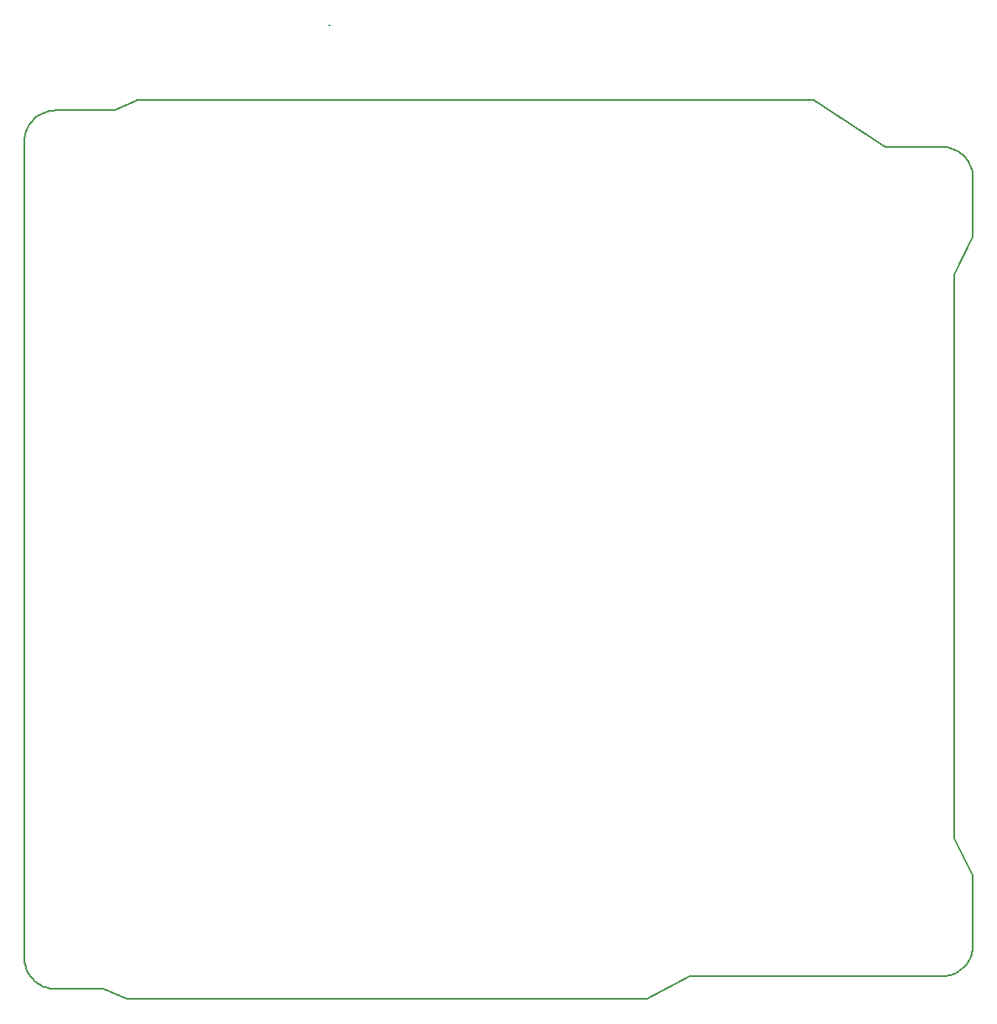
<source format=gko>
%FSDAX24Y24*%
%MOIN*%
%SFA1B1*%

%IPPOS*%
%ADD26C,0.005000*%
%ADD40C,0.005000*%
%LNbluesatpc104template-1*%
%LPD*%
G54D26*
X022061Y048604D02*
D01*
X022064Y048602*
X022067Y048601*
X022070Y048601*
X022074Y048600*
X022077Y048600*
X022080Y048600*
X009950Y011580D02*
D01*
X009953Y011493*
X009962Y011408*
X009978Y011323*
X009999Y011239*
X010026Y011157*
X010058Y011078*
X010096Y011000*
X010140Y010926*
X010188Y010855*
X010242Y010787*
X010300Y010723*
X010362Y010663*
X010428Y010608*
X010498Y010558*
X010571Y010512*
X010648Y010472*
X010726Y010438*
X010808Y010408*
X010891Y010385*
X010975Y010367*
X011060Y010356*
X011146Y010350*
X011190Y010350*
X022061Y048604D02*
D01*
X022064Y048602*
X022067Y048601*
X022070Y048601*
X022074Y048600*
X022077Y048600*
X022080Y048600*
X034670Y009950D02*
D01*
X034673Y009950*
X034676Y009950*
X034680Y009951*
X034683Y009951*
X034687Y009953*
X034690Y009954*
X034693Y009955*
X034694Y009956*
X034670Y009950D02*
D01*
X034673Y009950*
X034676Y009950*
X034680Y009951*
X034683Y009951*
X034687Y009953*
X034690Y009954*
X034693Y009955*
X034694Y009956*
X011190Y045210D02*
D01*
X011103Y045207*
X011018Y045198*
X010933Y045184*
X010849Y045163*
X010767Y045137*
X010687Y045105*
X010609Y045067*
X010534Y045024*
X010463Y044977*
X010394Y044924*
X010330Y044866*
X010270Y044805*
X010214Y044739*
X010163Y044669*
X010117Y044596*
X010077Y044520*
X010041Y044442*
X010011Y044361*
X009987Y044278*
X009969Y044194*
X009957Y044109*
X009950Y044023*
X009950Y043980*
X014410Y045610D02*
D01*
X014406Y045609*
X014403Y045609*
X014399Y045608*
X014396Y045608*
X014392Y045606*
X014389Y045605*
X014389Y045605*
X014410Y045610D02*
D01*
X014406Y045609*
X014403Y045609*
X014399Y045608*
X014396Y045608*
X014392Y045606*
X014389Y045605*
X014389Y045605*
X046400Y010860D02*
D01*
X046485Y010862*
X046571Y010871*
X046655Y010886*
X046739Y010907*
X046820Y010934*
X046900Y010966*
X046977Y011003*
X047051Y011046*
X047122Y011094*
X047190Y011147*
X047254Y011205*
X047314Y011266*
X047369Y011332*
X047419Y011402*
X047465Y011475*
X047505Y011550*
X047540Y011629*
X047569Y011709*
X047593Y011792*
X047611Y011876*
X047623Y011961*
X047629Y012047*
X047630Y012090*
Y014850D02*
D01*
X047629Y014853*
X047629Y014856*
X047628Y014860*
X047628Y014863*
X047626Y014867*
X047625Y014870*
X047625Y014872*
X047630Y014850D02*
D01*
X047629Y014853*
X047629Y014856*
X047628Y014860*
X047628Y014863*
X047626Y014867*
X047625Y014870*
X047625Y014873*
X041358Y045602D02*
D01*
X041355Y045603*
X041351Y045605*
X041348Y045606*
X041345Y045608*
X041341Y045609*
X041338Y045609*
X041335Y045610*
X041331Y045610*
X041330Y045610*
X041358Y045602D02*
D01*
X041355Y045603*
X041351Y045605*
X041348Y045606*
X041345Y045608*
X041341Y045609*
X041338Y045609*
X041335Y045610*
X041331Y045610*
X041330Y045610*
X047625Y040198D02*
D01*
X047626Y040201*
X047627Y040204*
X047628Y040207*
X047629Y040211*
X047629Y040214*
X047630Y040218*
X047630Y040220*
X047625Y040198D02*
D01*
X047626Y040201*
X047627Y040204*
X047628Y040207*
X047629Y040211*
X047629Y040214*
X047630Y040218*
X047630Y040220*
Y042525D02*
D01*
X047626Y042611*
X047617Y042696*
X047603Y042781*
X047582Y042865*
X047555Y042947*
X047523Y043027*
X047485Y043104*
X047442Y043179*
X047394Y043250*
X047341Y043318*
X047283Y043382*
X047221Y043442*
X047155Y043498*
X047085Y043548*
X047012Y043594*
X046936Y043635*
X046857Y043670*
X046776Y043699*
X046693Y043723*
X046609Y043741*
X046524Y043753*
X046438Y043759*
X046400Y043760*
X047630Y042520D02*
D01*
Y042520*
Y042521*
Y042522*
Y042523*
X047630Y042525*
X047630*
X011190Y010350D02*
D01*
X013070*
X014011Y009954*
X014030Y009950D02*
X034670D01*
X034694Y009956D02*
D01*
X036373Y010860*
X009950Y011580D02*
Y043980D01*
X011190Y045210D02*
D01*
X013539*
X014389Y045605*
X014410Y045610D02*
X041330D01*
X036373Y010860D02*
X046400D01*
X046890Y016332D02*
Y038698D01*
X047630Y012090D02*
Y014850D01*
X047625Y014873D02*
Y014872D01*
X046890Y016332D02*
X047625Y014873D01*
X046890Y038698D02*
X047625Y040198D01*
X044135Y043760D02*
X046400D01*
X041358Y045602D02*
X044135Y043760D01*
X047630Y040220D02*
Y042520D01*
G54D40*
X009950Y011580D03*
Y043980D03*
X014389Y045605D03*
X046400Y043760D03*
X047625Y040198D03*
M02*
</source>
